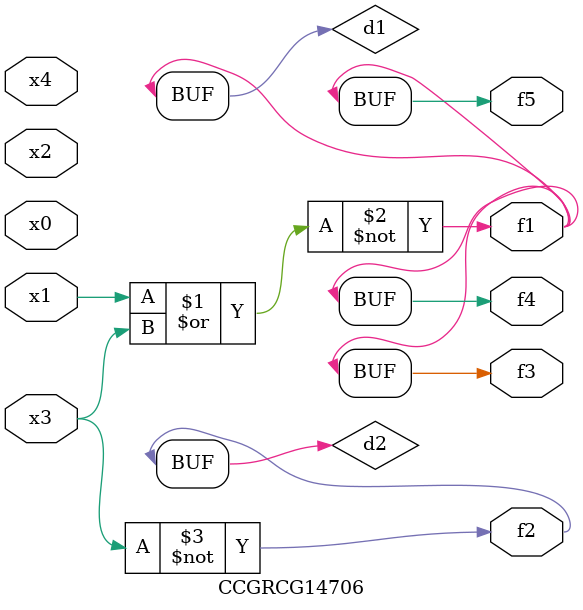
<source format=v>
module CCGRCG14706(
	input x0, x1, x2, x3, x4,
	output f1, f2, f3, f4, f5
);

	wire d1, d2;

	nor (d1, x1, x3);
	not (d2, x3);
	assign f1 = d1;
	assign f2 = d2;
	assign f3 = d1;
	assign f4 = d1;
	assign f5 = d1;
endmodule

</source>
